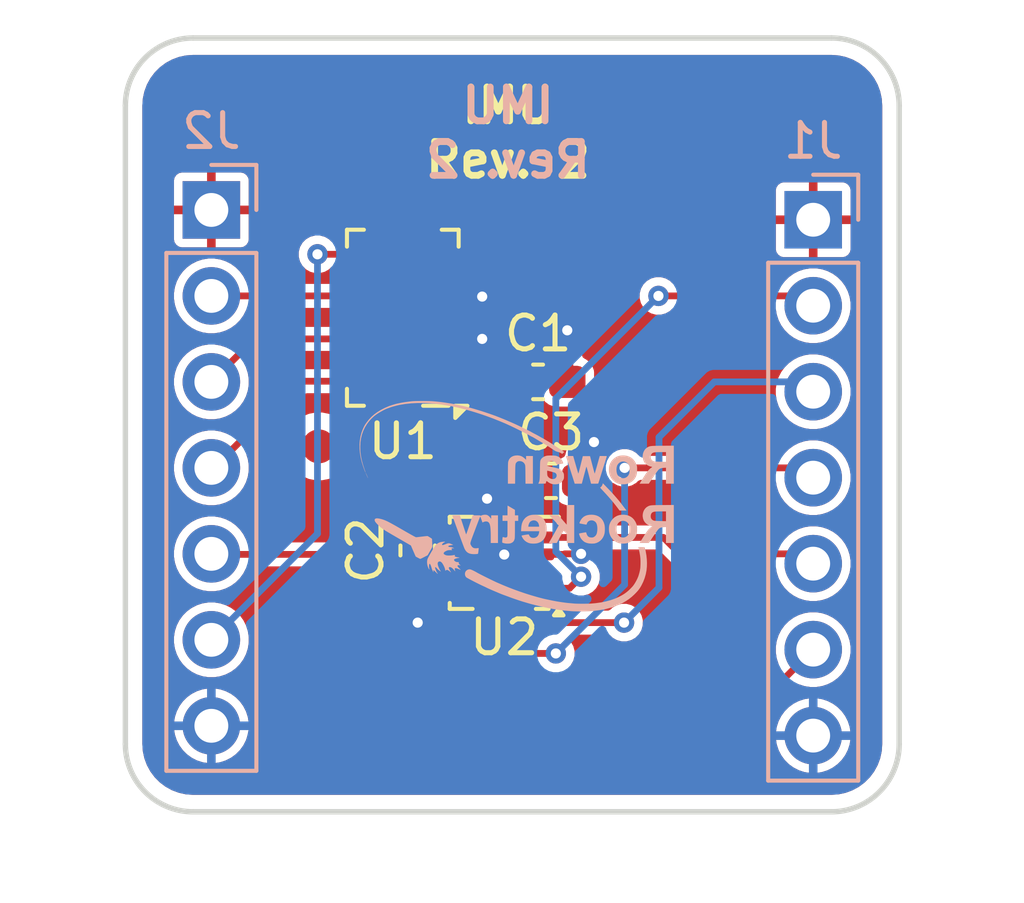
<source format=kicad_pcb>
(kicad_pcb (version 20241229) (generator "pcbnew") (generator_version "9.0")
  (layers (0 "F.Cu" signal) (2 "B.Cu" signal) (13 "F.Paste" user) (15 "B.Paste" user) (5 "F.SilkS" user "F.Silkscreen") (7 "B.SilkS" user "B.Silkscreen") (1 "F.Mask" user) (3 "B.Mask" user) (25 "Edge.Cuts" user))
  (net 0 "")
  (net 1 "+3.3V")
  (net 2 "GNDD")
  (net 3 "/sensors/pres_miso")
  (net 4 "/sensors/imu_int1")
  (net 5 "/sensors/imu_int2")
  (net 6 "/sensors/imu_miso")
  (net 7 "/sensors/pres_sclk")
  (net 8 "/sensors/imu_sclk")
  (net 9 "/sensors/imu_mosi")
  (net 10 "/sensors/pres_mosi")
  (net 13 "/sensors/imu_cs")
  (net 14 "/sensors/pres_cs")
  (footprint "Fiducial:Fiducial_1mm_Mask2mm" (layer "F.Cu") (at 138.694 102.976)
    (property "Reference" "FID1" (hide yes))
    (property "Value" "Fiducial" (hide yes))
    (pad "" smd circle (at 0 0) (size 1 1) (layers "F.Cu" "F.Mask") (clearance 0.5))
  )
  (footprint "Fiducial:Fiducial_1mm_Mask2mm" (layer "F.Cu") (at 136.027 91.673)
    (property "Reference" "FID2" (hide yes))
    (property "Value" "Fiducial" (hide yes))
    (pad "" smd circle (at 0 0) (size 1 1) (layers "F.Cu" "F.Mask") (clearance 0.5))
  )
  (footprint "Capacitor_SMD:C_0603_1608Metric_Pad1.08x0.95mm_HandSolder" (layer "F.Cu") (at 130.058 101.0975 -90)
    (property "Reference" "C2" (at 0 1.5405 270) (layer "F.SilkS"))
    (property "Value" "10uF")
    (pad "1" smd roundrect (at -0.8625 0 270) (size 1.075 0.95) (layers "F.Cu" "F.Mask" "F.Paste") (net 1 "+3.3V"))
    (pad "2" smd roundrect (at 0.8625 0 270) (size 1.075 0.95) (layers "F.Cu" "F.Mask" "F.Paste") (net 2 "GNDD"))
  )
  (footprint "Package_LGA:LGA-14_3x2.5mm_P0.5mm_LayoutBorder3x4y" (layer "F.Cu") (at 132.6145 101.464 180)
    (property "Reference" "U2" (at 0 -2.2 0) (layer "F.SilkS"))
    (property "Value" "LSM6DSL")
    (pad "1" smd roundrect (at -1.1625 -0.75 180) (size 0.625 0.35) (layers "F.Cu" "F.Mask" "F.Paste") (net 6 "/sensors/imu_miso"))
    (pad "2" smd roundrect (at -1.1625 -0.25 180) (size 0.625 0.35) (layers "F.Cu" "F.Mask" "F.Paste") (net 2 "GNDD"))
    (pad "3" smd roundrect (at -1.1625 0.25 180) (size 0.625 0.35) (layers "F.Cu" "F.Mask" "F.Paste") (net 2 "GNDD"))
    (pad "4" smd roundrect (at -1.1625 0.75 180) (size 0.625 0.35) (layers "F.Cu" "F.Mask" "F.Paste") (net 4 "/sensors/imu_int1"))
    (pad "5" smd roundrect (at -0.5 0.9125 180) (size 0.35 0.625) (layers "F.Cu" "F.Mask" "F.Paste") (net 1 "+3.3V"))
    (pad "6" smd roundrect (at 0 0.9125 180) (size 0.35 0.625) (layers "F.Cu" "F.Mask" "F.Paste") (net 2 "GNDD"))
    (pad "7" smd roundrect (at 0.5 0.9125 180) (size 0.35 0.625) (layers "F.Cu" "F.Mask" "F.Paste") (net 2 "GNDD"))
    (pad "8" smd roundrect (at 1.1625 0.75 180) (size 0.625 0.35) (layers "F.Cu" "F.Mask" "F.Paste") (net 1 "+3.3V"))
    (pad "9" smd roundrect (at 1.1625 0.25 180) (size 0.625 0.35) (layers "F.Cu" "F.Mask" "F.Paste") (net 5 "/sensors/imu_int2"))
    (pad "10" smd roundrect (at 1.1625 -0.25 180) (size 0.625 0.35) (layers "F.Cu" "F.Mask" "F.Paste"))
    (pad "11" smd roundrect (at 1.1625 -0.75 180) (size 0.625 0.35) (layers "F.Cu" "F.Mask" "F.Paste"))
    (pad "12" smd roundrect (at 0.5 -0.9125 180) (size 0.35 0.625) (layers "F.Cu" "F.Mask" "F.Paste") (net 13 "/sensors/imu_cs"))
    (pad "13" smd roundrect (at 0 -0.9125 180) (size 0.35 0.625) (layers "F.Cu" "F.Mask" "F.Paste") (net 8 "/sensors/imu_sclk"))
    (pad "14" smd roundrect (at -0.5 -0.9125 180) (size 0.35 0.625) (layers "F.Cu" "F.Mask" "F.Paste") (net 9 "/sensors/imu_mosi"))
  )
  (footprint "Capacitor_SMD:C_0603_1608Metric_Pad1.08x0.95mm_HandSolder" (layer "F.Cu") (at 133.995 99.039)
    (property "Reference" "C3" (at 0 -1.43 0) (layer "F.SilkS"))
    (property "Value" "100nF")
    (pad "1" smd roundrect (at -0.8625 0) (size 1.075 0.95) (layers "F.Cu" "F.Mask" "F.Paste") (net 1 "+3.3V"))
    (pad "2" smd roundrect (at 0.8625 0) (size 1.075 0.95) (layers "F.Cu" "F.Mask" "F.Paste") (net 2 "GNDD"))
  )
  (footprint "Fiducial:Fiducial_1mm_Mask2mm" (layer "F.Cu") (at 127.137 98.023)
    (property "Reference" "FID3" (hide yes))
    (property "Value" "Fiducial" (hide yes))
    (pad "" smd circle (at 0 0) (size 1 1) (layers "F.Cu" "F.Mask") (clearance 0.5))
  )
  (footprint "Capacitor_SMD:C_0603_1608Metric_Pad1.08x0.95mm_HandSolder" (layer "F.Cu") (at 133.614 96.118)
    (property "Reference" "C1" (at 0 -1.43 0) (layer "F.SilkS"))
    (property "Value" "100nF")
    (pad "1" smd roundrect (at -0.8625 0) (size 1.075 0.95) (layers "F.Cu" "F.Mask" "F.Paste") (net 1 "+3.3V"))
    (pad "2" smd roundrect (at 0.8625 0) (size 1.075 0.95) (layers "F.Cu" "F.Mask" "F.Paste") (net 2 "GNDD"))
  )
  (footprint "Package_LGA:LGA-8_3x5mm_P1.25mm" (layer "F.Cu") (at 129.618 94.223 180)
    (property "Reference" "U1" (at 0 -3.65 0) (layer "F.SilkS"))
    (property "Value" "MS5607-02BA")
    (pad "1" smd rect (at -1.075 -1.875 180) (size 0.95 0.55) (layers "F.Cu" "F.Mask" "F.Paste") (net 1 "+3.3V"))
    (pad "2" smd rect (at -1.075 -0.625 180) (size 0.95 0.55) (layers "F.Cu" "F.Mask" "F.Paste") (net 2 "GNDD"))
    (pad "3" smd rect (at -1.075 0.625 180) (size 0.95 0.55) (layers "F.Cu" "F.Mask" "F.Paste") (net 2 "GNDD"))
    (pad "4" smd rect (at -1.075 1.875 180) (size 0.95 0.55) (layers "F.Cu" "F.Mask" "F.Paste") (net 14 "/sensors/pres_cs"))
    (pad "5" smd rect (at 1.075 1.875 180) (size 0.95 0.55) (layers "F.Cu" "F.Mask" "F.Paste") (net 14 "/sensors/pres_cs"))
    (pad "6" smd rect (at 1.075 0.625 180) (size 0.95 0.55) (layers "F.Cu" "F.Mask" "F.Paste") (net 3 "/sensors/pres_miso"))
    (pad "7" smd rect (at 1.075 -0.625 180) (size 0.95 0.55) (layers "F.Cu" "F.Mask" "F.Paste") (net 10 "/sensors/pres_mosi"))
    (pad "8" smd rect (at 1.075 -1.875 180) (size 0.95 0.55) (layers "F.Cu" "F.Mask" "F.Paste") (net 7 "/sensors/pres_sclk"))
  )
  (footprint "LOGO" (layer "B.Cu") (at 132.979 99.547 180)
    (property "Reference" "G***" (hide yes))
    (property "Value" "LOGO" (hide yes))
  )
  (footprint "Connector_PinHeader_2.54mm:PinHeader_1x07_P2.54mm_Vertical" (layer "B.Cu") (at 123.962 91.038 180)
    (property "Reference" "J2" (at 0 2.33 0) (layer "B.SilkS") (effects (justify mirror)))
    (property "Value" "Conn_01x07_Pin")
    (pad "1" thru_hole rect (at 0 0 180) (size 1.7 1.7) (drill 1) (layers "*.Cu" "*.Mask") (net 1 "+3.3V"))
    (pad "2" thru_hole oval (at 0 -2.54 180) (size 1.7 1.7) (drill 1) (layers "*.Cu" "*.Mask") (net 3 "/sensors/pres_miso"))
    (pad "3" thru_hole oval (at 0 -5.08 180) (size 1.7 1.7) (drill 1) (layers "*.Cu" "*.Mask") (net 10 "/sensors/pres_mosi"))
    (pad "4" thru_hole oval (at 0 -7.62 180) (size 1.7 1.7) (drill 1) (layers "*.Cu" "*.Mask") (net 7 "/sensors/pres_sclk"))
    (pad "5" thru_hole oval (at 0 -10.16 180) (size 1.7 1.7) (drill 1) (layers "*.Cu" "*.Mask") (net 5 "/sensors/imu_int2"))
    (pad "6" thru_hole oval (at 0 -12.7 180) (size 1.7 1.7) (drill 1) (layers "*.Cu" "*.Mask") (net 14 "/sensors/pres_cs"))
    (pad "7" thru_hole oval (at 0 -15.24 180) (size 1.7 1.7) (drill 1) (layers "*.Cu" "*.Mask") (net 2 "GNDD"))
  )
  (footprint "Connector_PinHeader_2.54mm:PinHeader_1x07_P2.54mm_Vertical" (layer "B.Cu") (at 141.742 91.328 180)
    (property "Reference" "J1" (at 0 2.33 0) (layer "B.SilkS") (effects (justify mirror)))
    (property "Value" "Conn_01x07_Pin")
    (pad "1" thru_hole rect (at 0 0 180) (size 1.7 1.7) (drill 1) (layers "*.Cu" "*.Mask") (net 1 "+3.3V"))
    (pad "2" thru_hole oval (at 0 -2.54 180) (size 1.7 1.7) (drill 1) (layers "*.Cu" "*.Mask") (net 6 "/sensors/imu_miso"))
    (pad "3" thru_hole oval (at 0 -5.08 180) (size 1.7 1.7) (drill 1) (layers "*.Cu" "*.Mask") (net 9 "/sensors/imu_mosi"))
    (pad "4" thru_hole oval (at 0 -7.62 180) (size 1.7 1.7) (drill 1) (layers "*.Cu" "*.Mask") (net 8 "/sensors/imu_sclk"))
    (pad "5" thru_hole oval (at 0 -10.16 180) (size 1.7 1.7) (drill 1) (layers "*.Cu" "*.Mask") (net 4 "/sensors/imu_int1"))
    (pad "6" thru_hole oval (at 0 -12.7 180) (size 1.7 1.7) (drill 1) (layers "*.Cu" "*.Mask") (net 13 "/sensors/imu_cs"))
    (pad "7" thru_hole oval (at 0 -15.24 180) (size 1.7 1.7) (drill 1) (layers "*.Cu" "*.Mask") (net 2 "GNDD"))
  )
  (gr_line (start 123.422 108.818) (end 142.282011 108.818) (stroke (width 0.16)) (layer "Edge.Cuts"))
  (gr_arc (start 123.422 108.818) (mid 122.007786 108.232214) (end 121.422 106.818) (stroke (width 0.16)) (layer "Edge.Cuts"))
  (gr_arc (start 144.282011 106.818) (mid 143.696224 108.232214) (end 142.282011 108.818) (stroke (width 0.16)) (layer "Edge.Cuts"))
  (gr_line (start 144.282011 106.818) (end 144.282011 87.957999) (stroke (width 0.16)) (layer "Edge.Cuts"))
  (gr_line (start 142.282011 85.957999) (end 123.422 85.957999) (stroke (width 0.16)) (layer "Edge.Cuts"))
  (gr_line (start 121.422 87.957999) (end 121.422 106.818) (stroke (width 0.16)) (layer "Edge.Cuts"))
  (gr_arc (start 142.282011 85.957999) (mid 143.696224 86.543786) (end 144.282011 87.957999) (stroke (width 0.16)) (layer "Edge.Cuts"))
  (gr_arc (start 121.422 87.957999) (mid 122.007786 86.543786) (end 123.422 85.957999) (stroke (width 0.16)) (layer "Edge.Cuts"))
  (gr_text "IMU\nRev. 2" (at 132.725 90.149 0) (layer "F.SilkS") (effects (font (size 1 1) (thickness 0.2) (bold yes)) (justify bottom)))
  (gr_text "IMU\nRev. 2" (at 132.725 90.149 0) (layer "B.SilkS") (effects (font (size 1 1) (thickness 0.2) (bold yes)) (justify bottom mirror)))
  (segment (start 130.723 96.012) (end 130.693 95.982) (width 0.2) (layer "F.Cu") (net 1))
  (segment (start 133.1145 98.7135) (end 133.149 98.679) (width 0.2) (layer "F.Cu") (net 1))
  (segment (start 134.408 101.198) (end 134.392 101.214) (width 0.2) (layer "F.Cu") (net 2))
  (segment (start 130.058 102.0215) (end 130.058 103.23) (width 0.3556) (layer "F.Cu") (net 2))
  (segment (start 132.1145 100.4335) (end 132.1145 99.576) (width 0.2) (layer "F.Cu") (net 2))
  (segment (start 133.1095 101.714) (end 132.6145 101.219) (width 0.2) (layer "F.Cu") (net 2))
  (segment (start 130.693 93.598) (end 131.914 93.598) (width 0.3556) (layer "F.Cu") (net 2))
  (segment (start 132.1145 99.576) (end 132.1065 99.568) (width 0.2) (layer "F.Cu") (net 2))
  (segment (start 134.4765 94.594) (end 134.4765 96.118) (width 0.3556) (layer "F.Cu") (net 2))
  (segment (start 130.693 94.848) (end 131.914 94.848) (width 0.3556) (layer "F.Cu") (net 2))
  (segment (start 134.884 101.198) (end 134.408 101.198) (width 0.2) (layer "F.Cu") (net 2))
  (segment (start 133.777 101.714) (end 133.1095 101.714) (width 0.2) (layer "F.Cu") (net 2))
  (segment (start 132.6145 100.4335) (end 132.6145 101.219) (width 0.2) (layer "F.Cu") (net 2))
  (segment (start 134.392 101.214) (end 133.777 101.214) (width 0.2) (layer "F.Cu") (net 2))
  (segment (start 134.8575 98.3035) (end 135.265 97.896) (width 0.3556) (layer "F.Cu") (net 2))
  (segment (start 134.8575 99.039) (end 134.8575 98.3035) (width 0.3556) (layer "F.Cu") (net 2))
  (via (at 130.058 103.23) (size 0.6) (drill 0.3) (layers "F.Cu" "B.Cu") (net 2))
  (via (at 132.1065 99.568) (size 0.6) (drill 0.3) (layers "F.Cu" "B.Cu") (net 2))
  (via (at 131.963 94.848) (size 0.6) (drill 0.3) (layers "F.Cu" "B.Cu") (net 2))
  (via (at 135.265 97.896) (size 0.6) (drill 0.3) (layers "F.Cu" "B.Cu") (net 2))
  (via (at 131.963 93.598) (size 0.6) (drill 0.3) (layers "F.Cu" "B.Cu") (net 2))
  (via (at 134.4765 94.594) (size 0.6) (drill 0.3) (layers "F.Cu" "B.Cu") (net 2))
  (via (at 132.6145 101.219) (size 0.6) (drill 0.3) (layers "F.Cu" "B.Cu") (net 2))
  (via (at 134.884 101.198) (size 0.6) (drill 0.3) (layers "F.Cu" "B.Cu") (net 2))
  (segment (start 128.543 93.598) (end 128.523 93.578) (width 0.2) (layer "F.Cu") (net 3))
  (segment (start 123.962 93.472) (end 124.216 93.472) (width 0.2) (layer "F.Cu") (net 3))
  (segment (start 124.216 93.472) (end 124.226 93.482) (width 0.2) (layer "F.Cu") (net 3))
  (segment (start 128.523 93.578) (end 123.962 93.578) (width 0.2) (layer "F.Cu") (net 3))
  (segment (start 137.8005 101.198) (end 137.3165 100.714) (width 0.2) (layer "F.Cu") (net 4))
  (segment (start 141.752 101.198) (end 137.8005 101.198) (width 0.2) (layer "F.Cu") (net 4))
  (segment (start 137.3165 100.714) (end 133.777 100.714) (width 0.2) (layer "F.Cu") (net 4))
  (segment (start 123.966 101.096) (end 123.962 101.092) (width 0.2) (layer "F.Cu") (net 5))
  (segment (start 123.978 101.214) (end 131.452 101.214) (width 0.2) (layer "F.Cu") (net 5))
  (segment (start 123.962 101.198) (end 123.978 101.214) (width 0.2) (layer "F.Cu") (net 5))
  (segment (start 133.777 102.214) (end 134.544203 102.214) (width 0.2) (layer "F.Cu") (net 6))
  (segment (start 134.544203 102.214) (end 134.884 101.874203) (width 0.2) (layer "F.Cu") (net 6))
  (segment (start 137.17 93.578) (end 141.752 93.578) (width 0.2) (layer "F.Cu") (net 6))
  (via (at 134.884 101.874203) (size 0.6) (drill 0.3) (layers "F.Cu" "B.Cu") (net 6))
  (via (at 137.17 93.578) (size 0.6) (drill 0.3) (layers "F.Cu" "B.Cu") (net 6))
  (segment (start 134.1385 96.6095) (end 137.17 93.578) (width 0.2) (layer "B.Cu") (net 6))
  (segment (start 134.1385 101.128703) (end 134.1385 96.6095) (width 0.2) (layer "B.Cu") (net 6))
  (segment (start 134.884 101.874203) (end 134.1385 101.128703) (width 0.2) (layer "B.Cu") (net 6))
  (segment (start 124.13675 98.552) (end 123.962 98.552) (width 0.2) (layer "F.Cu") (net 7))
  (segment (start 128.543 96.098) (end 126.59075 96.098) (width 0.2) (layer "F.Cu") (net 7))
  (segment (start 126.59075 96.098) (end 124.13675 98.552) (width 0.2) (layer "F.Cu") (net 7))
  (segment (start 133.5035 104.14) (end 134.1385 104.14) (width 0.2) (layer "F.Cu") (net 8))
  (segment (start 132.6145 103.251) (end 133.2495 103.886) (width 0.2) (layer "F.Cu") (net 8))
  (segment (start 136.1705 98.658) (end 141.752 98.658) (width 0.2) (layer "F.Cu") (net 8))
  (segment (start 133.2495 103.886) (end 133.5035 104.14) (width 0.2) (layer "F.Cu") (net 8))
  (segment (start 132.6145 102.2585) (end 132.6145 103.251) (width 0.2) (layer "F.Cu") (net 8))
  (via (at 136.1705 98.658) (size 0.6) (drill 0.3) (layers "F.Cu" "B.Cu") (net 8))
  (via (at 134.1385 104.14) (size 0.6) (drill 0.3) (layers "F.Cu" "B.Cu") (net 8))
  (segment (start 136.1705 98.658) (end 136.1705 102.108) (width 0.2) (layer "B.Cu") (net 8))
  (segment (start 136.1705 102.108) (end 134.1385 104.14) (width 0.2) (layer "B.Cu") (net 8))
  (segment (start 136.154 103.23) (end 133.3555 103.23) (width 0.2) (layer "F.Cu") (net 9))
  (segment (start 133.1145 102.2585) (end 133.1145 102.989) (width 0.2) (layer "F.Cu") (net 9))
  (segment (start 133.3555 103.23) (end 133.1145 102.989) (width 0.2) (layer "F.Cu") (net 9))
  (via (at 136.154 103.23) (size 0.6) (drill 0.3) (layers "F.Cu" "B.Cu") (net 9))
  (segment (start 136.154 103.23) (end 137.1865 102.1975) (width 0.2) (layer "B.Cu") (net 9))
  (segment (start 138.821 96.118) (end 141.752 96.118) (width 0.2) (layer "B.Cu") (net 9))
  (segment (start 137.1865 97.7525) (end 138.821 96.118) (width 0.2) (layer "B.Cu") (net 9))
  (segment (start 137.1865 102.1975) (end 137.1865 97.7525) (width 0.2) (layer "B.Cu") (net 9))
  (segment (start 125.232 94.848) (end 128.543 94.848) (width 0.2) (layer "F.Cu") (net 10))
  (segment (start 123.962 96.118) (end 125.232 94.848) (width 0.2) (layer "F.Cu") (net 10))
  (segment (start 132.1145 103.751) (end 133.3715 105.008) (width 0.2) (layer "F.Cu") (net 13))
  (segment (start 132.1145 102.2585) (end 132.1145 103.751) (width 0.2) (layer "F.Cu") (net 13))
  (segment (start 140.762 105.008) (end 141.742 104.028) (width 0.2) (layer "F.Cu") (net 13))
  (segment (start 132.1065 103.759) (end 132.1145 103.751) (width 0.2) (layer "F.Cu") (net 13))
  (segment (start 133.3715 105.008) (end 140.762 105.008) (width 0.2) (layer "F.Cu") (net 13))
  (segment (start 130.693 92.348) (end 128.898 92.348) (width 0.2) (layer "F.Cu") (net 14))
  (segment (start 128.543 92.348) (end 127.097 92.348) (width 0.2) (layer "F.Cu") (net 14))
  (via (at 127.097 92.348) (size 0.6) (drill 0.3) (layers "F.Cu" "B.Cu") (net 14))
  (segment (start 127.097 100.603) (end 123.962 103.738) (width 0.2) (layer "B.Cu") (net 14))
  (segment (start 127.097 92.348) (end 127.097 100.603) (width 0.2) (layer "B.Cu") (net 14))
  (zone (net 1) (net_name "+3.3V") (layer "F.Cu") (connect_pads thru_hole_only (clearance 0.254)) (min_thickness 0.254) (fill yes (thermal_gap 0.254) (thermal_bridge_width 0.254))
    (polygon (pts (xy 145.669 84.963) (xy 120.904 85.09) (xy 120.904 111.252) (xy 145.669 111.252)))
  )
  (zone (net 2) (net_name "GNDD") (layer "B.Cu") (priority 1) (connect_pads (clearance 0.254)) (min_thickness 0.254) (fill yes (thermal_gap 0.254) (thermal_bridge_width 0.254))
    (polygon (pts (xy 120.904 84.836) (xy 145.669 84.836) (xy 145.796 111.506) (xy 120.777 111.252)))
  )
)
</source>
